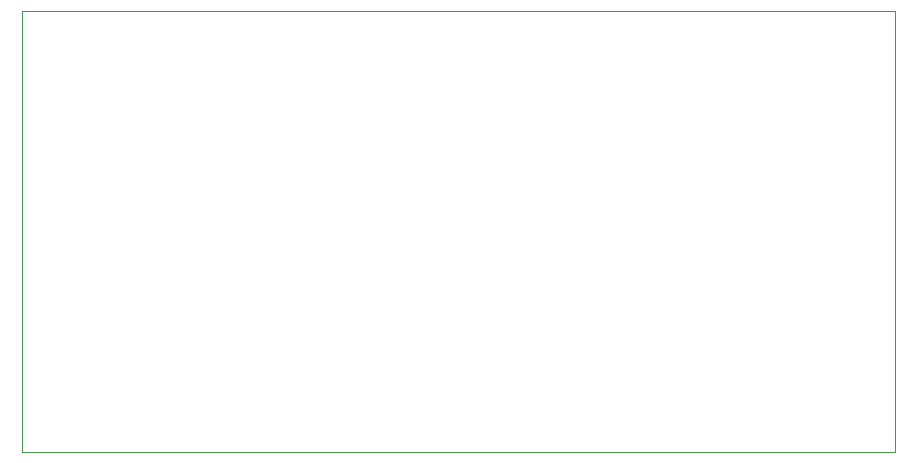
<source format=gm1>
G04 #@! TF.GenerationSoftware,KiCad,Pcbnew,5.1.9*
G04 #@! TF.CreationDate,2021-04-01T15:39:56-06:00*
G04 #@! TF.ProjectId,BluetoothBlinker-PCB,426c7565-746f-46f7-9468-426c696e6b65,rev?*
G04 #@! TF.SameCoordinates,Original*
G04 #@! TF.FileFunction,Profile,NP*
%FSLAX46Y46*%
G04 Gerber Fmt 4.6, Leading zero omitted, Abs format (unit mm)*
G04 Created by KiCad (PCBNEW 5.1.9) date 2021-04-01 15:39:56*
%MOMM*%
%LPD*%
G01*
G04 APERTURE LIST*
G04 #@! TA.AperFunction,Profile*
%ADD10C,0.050000*%
G04 #@! TD*
G04 APERTURE END LIST*
D10*
X155194000Y5588000D02*
X154940000Y5588000D01*
X228854000Y5588000D02*
X155194000Y5588000D01*
X228854000Y42926000D02*
X228854000Y5588000D01*
X154940000Y42926000D02*
X228854000Y42926000D01*
X154940000Y5588000D02*
X154940000Y42926000D01*
M02*

</source>
